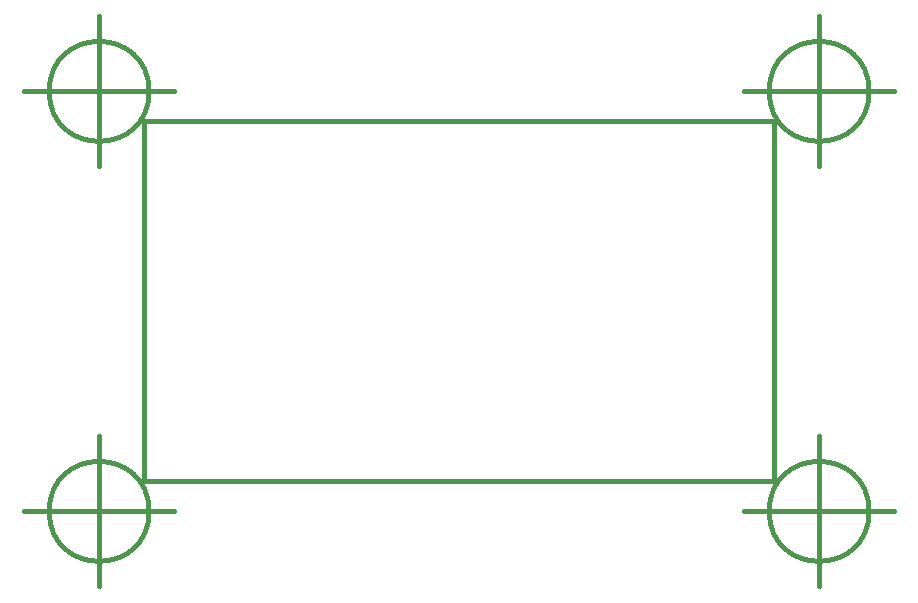
<source format=gbr>
G04 (created by PCBNEW (2013-09-28 BZR 4356)-product) date 19/03/2014 23:20:12*
%MOIN*%
G04 Gerber Fmt 3.4, Leading zero omitted, Abs format*
%FSLAX34Y34*%
G01*
G70*
G90*
G04 APERTURE LIST*
%ADD10C,0.005906*%
%ADD11C,0.015000*%
G04 APERTURE END LIST*
G54D10*
G54D11*
X71666Y-49000D02*
G75*
G03X71666Y-49000I-1666J0D01*
G74*
G01*
X67500Y-49000D02*
X72500Y-49000D01*
X70000Y-46500D02*
X70000Y-51500D01*
X95666Y-49000D02*
G75*
G03X95666Y-49000I-1666J0D01*
G74*
G01*
X91500Y-49000D02*
X96500Y-49000D01*
X94000Y-46500D02*
X94000Y-51500D01*
X95666Y-35000D02*
G75*
G03X95666Y-35000I-1666J0D01*
G74*
G01*
X91500Y-35000D02*
X96500Y-35000D01*
X94000Y-32500D02*
X94000Y-37500D01*
X71666Y-35000D02*
G75*
G03X71666Y-35000I-1666J0D01*
G74*
G01*
X67500Y-35000D02*
X72500Y-35000D01*
X70000Y-32500D02*
X70000Y-37500D01*
X92500Y-48000D02*
X71500Y-48000D01*
X92500Y-36000D02*
X92500Y-48000D01*
X71500Y-36000D02*
X92500Y-36000D01*
X71500Y-48000D02*
X71500Y-36000D01*
M02*

</source>
